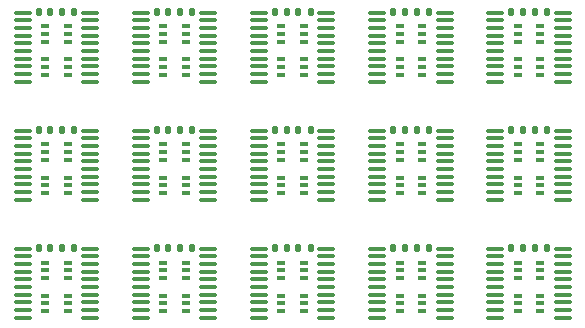
<source format=gbr>
%TF.GenerationSoftware,KiCad,Pcbnew,6.0.9*%
%TF.CreationDate,2023-01-31T22:29:56+01:00*%
%TF.ProjectId,hc245t-bypass-esd-panel,68633234-3574-42d6-9279-706173732d65,${revision}*%
%TF.SameCoordinates,Original*%
%TF.FileFunction,Soldermask,Top*%
%TF.FilePolarity,Negative*%
%FSLAX46Y46*%
G04 Gerber Fmt 4.6, Leading zero omitted, Abs format (unit mm)*
G04 Created by KiCad (PCBNEW 6.0.9) date 2023-01-31 22:29:56*
%MOMM*%
%LPD*%
G01*
G04 APERTURE LIST*
G04 Aperture macros list*
%AMRoundRect*
0 Rectangle with rounded corners*
0 $1 Rounding radius*
0 $2 $3 $4 $5 $6 $7 $8 $9 X,Y pos of 4 corners*
0 Add a 4 corners polygon primitive as box body*
4,1,4,$2,$3,$4,$5,$6,$7,$8,$9,$2,$3,0*
0 Add four circle primitives for the rounded corners*
1,1,$1+$1,$2,$3*
1,1,$1+$1,$4,$5*
1,1,$1+$1,$6,$7*
1,1,$1+$1,$8,$9*
0 Add four rect primitives between the rounded corners*
20,1,$1+$1,$2,$3,$4,$5,0*
20,1,$1+$1,$4,$5,$6,$7,0*
20,1,$1+$1,$6,$7,$8,$9,0*
20,1,$1+$1,$8,$9,$2,$3,0*%
G04 Aperture macros list end*
%ADD10RoundRect,0.140000X0.140000X0.170000X-0.140000X0.170000X-0.140000X-0.170000X0.140000X-0.170000X0*%
%ADD11RoundRect,0.135000X0.135000X0.185000X-0.135000X0.185000X-0.135000X-0.185000X0.135000X-0.185000X0*%
%ADD12R,0.650000X0.400000*%
%ADD13RoundRect,0.100000X-0.637500X-0.100000X0.637500X-0.100000X0.637500X0.100000X-0.637500X0.100000X0*%
G04 APERTURE END LIST*
D10*
%TO.C,C1*%
X124480000Y-92000000D03*
X123520000Y-92000000D03*
%TD*%
D11*
%TO.C,R1*%
X136510000Y-92000000D03*
X135490000Y-92000000D03*
%TD*%
D10*
%TO.C,C1*%
X114480000Y-92000000D03*
X113520000Y-92000000D03*
%TD*%
%TO.C,C1*%
X134480000Y-82000000D03*
X133520000Y-82000000D03*
%TD*%
D12*
%TO.C,U3*%
X94050000Y-106050000D03*
X94050000Y-106700000D03*
X94050000Y-107350000D03*
X95950000Y-107350000D03*
X95950000Y-106700000D03*
X95950000Y-106050000D03*
%TD*%
D11*
%TO.C,R1*%
X96510000Y-102000000D03*
X95490000Y-102000000D03*
%TD*%
%TO.C,R1*%
X116510000Y-82000000D03*
X115490000Y-82000000D03*
%TD*%
D13*
%TO.C,U1*%
X102137500Y-82075000D03*
X102137500Y-82725000D03*
X102137500Y-83375000D03*
X102137500Y-84025000D03*
X102137500Y-84675000D03*
X102137500Y-85325000D03*
X102137500Y-85975000D03*
X102137500Y-86625000D03*
X102137500Y-87275000D03*
X102137500Y-87925000D03*
X107862500Y-87925000D03*
X107862500Y-87275000D03*
X107862500Y-86625000D03*
X107862500Y-85975000D03*
X107862500Y-85325000D03*
X107862500Y-84675000D03*
X107862500Y-84025000D03*
X107862500Y-83375000D03*
X107862500Y-82725000D03*
X107862500Y-82075000D03*
%TD*%
D11*
%TO.C,R1*%
X136510000Y-102000000D03*
X135490000Y-102000000D03*
%TD*%
D13*
%TO.C,U1*%
X102137500Y-102075000D03*
X102137500Y-102725000D03*
X102137500Y-103375000D03*
X102137500Y-104025000D03*
X102137500Y-104675000D03*
X102137500Y-105325000D03*
X102137500Y-105975000D03*
X102137500Y-106625000D03*
X102137500Y-107275000D03*
X102137500Y-107925000D03*
X107862500Y-107925000D03*
X107862500Y-107275000D03*
X107862500Y-106625000D03*
X107862500Y-105975000D03*
X107862500Y-105325000D03*
X107862500Y-104675000D03*
X107862500Y-104025000D03*
X107862500Y-103375000D03*
X107862500Y-102725000D03*
X107862500Y-102075000D03*
%TD*%
%TO.C,U1*%
X122137500Y-82075000D03*
X122137500Y-82725000D03*
X122137500Y-83375000D03*
X122137500Y-84025000D03*
X122137500Y-84675000D03*
X122137500Y-85325000D03*
X122137500Y-85975000D03*
X122137500Y-86625000D03*
X122137500Y-87275000D03*
X122137500Y-87925000D03*
X127862500Y-87925000D03*
X127862500Y-87275000D03*
X127862500Y-86625000D03*
X127862500Y-85975000D03*
X127862500Y-85325000D03*
X127862500Y-84675000D03*
X127862500Y-84025000D03*
X127862500Y-83375000D03*
X127862500Y-82725000D03*
X127862500Y-82075000D03*
%TD*%
D12*
%TO.C,U3*%
X94050000Y-86050000D03*
X94050000Y-86700000D03*
X94050000Y-87350000D03*
X95950000Y-87350000D03*
X95950000Y-86700000D03*
X95950000Y-86050000D03*
%TD*%
D10*
%TO.C,C1*%
X104480000Y-92000000D03*
X103520000Y-92000000D03*
%TD*%
%TO.C,C1*%
X124480000Y-82000000D03*
X123520000Y-82000000D03*
%TD*%
D12*
%TO.C,U3*%
X104050000Y-106050000D03*
X104050000Y-106700000D03*
X104050000Y-107350000D03*
X105950000Y-107350000D03*
X105950000Y-106700000D03*
X105950000Y-106050000D03*
%TD*%
D11*
%TO.C,R1*%
X96510000Y-82000000D03*
X95490000Y-82000000D03*
%TD*%
D13*
%TO.C,U1*%
X92137500Y-82075000D03*
X92137500Y-82725000D03*
X92137500Y-83375000D03*
X92137500Y-84025000D03*
X92137500Y-84675000D03*
X92137500Y-85325000D03*
X92137500Y-85975000D03*
X92137500Y-86625000D03*
X92137500Y-87275000D03*
X92137500Y-87925000D03*
X97862500Y-87925000D03*
X97862500Y-87275000D03*
X97862500Y-86625000D03*
X97862500Y-85975000D03*
X97862500Y-85325000D03*
X97862500Y-84675000D03*
X97862500Y-84025000D03*
X97862500Y-83375000D03*
X97862500Y-82725000D03*
X97862500Y-82075000D03*
%TD*%
D12*
%TO.C,U2*%
X124050000Y-83250000D03*
X124050000Y-83900000D03*
X124050000Y-84550000D03*
X125950000Y-84550000D03*
X125950000Y-83900000D03*
X125950000Y-83250000D03*
%TD*%
D10*
%TO.C,C1*%
X114480000Y-82000000D03*
X113520000Y-82000000D03*
%TD*%
D12*
%TO.C,U2*%
X114050000Y-93250000D03*
X114050000Y-93900000D03*
X114050000Y-94550000D03*
X115950000Y-94550000D03*
X115950000Y-93900000D03*
X115950000Y-93250000D03*
%TD*%
%TO.C,U3*%
X104050000Y-96050000D03*
X104050000Y-96700000D03*
X104050000Y-97350000D03*
X105950000Y-97350000D03*
X105950000Y-96700000D03*
X105950000Y-96050000D03*
%TD*%
%TO.C,U3*%
X124050000Y-106050000D03*
X124050000Y-106700000D03*
X124050000Y-107350000D03*
X125950000Y-107350000D03*
X125950000Y-106700000D03*
X125950000Y-106050000D03*
%TD*%
D10*
%TO.C,C1*%
X124480000Y-102000000D03*
X123520000Y-102000000D03*
%TD*%
D11*
%TO.C,R1*%
X136510000Y-82000000D03*
X135490000Y-82000000D03*
%TD*%
D12*
%TO.C,U3*%
X134050000Y-96050000D03*
X134050000Y-96700000D03*
X134050000Y-97350000D03*
X135950000Y-97350000D03*
X135950000Y-96700000D03*
X135950000Y-96050000D03*
%TD*%
D10*
%TO.C,C1*%
X94480000Y-92000000D03*
X93520000Y-92000000D03*
%TD*%
D13*
%TO.C,U1*%
X112137500Y-82075000D03*
X112137500Y-82725000D03*
X112137500Y-83375000D03*
X112137500Y-84025000D03*
X112137500Y-84675000D03*
X112137500Y-85325000D03*
X112137500Y-85975000D03*
X112137500Y-86625000D03*
X112137500Y-87275000D03*
X112137500Y-87925000D03*
X117862500Y-87925000D03*
X117862500Y-87275000D03*
X117862500Y-86625000D03*
X117862500Y-85975000D03*
X117862500Y-85325000D03*
X117862500Y-84675000D03*
X117862500Y-84025000D03*
X117862500Y-83375000D03*
X117862500Y-82725000D03*
X117862500Y-82075000D03*
%TD*%
D10*
%TO.C,C1*%
X104480000Y-82000000D03*
X103520000Y-82000000D03*
%TD*%
D12*
%TO.C,U3*%
X124050000Y-86050000D03*
X124050000Y-86700000D03*
X124050000Y-87350000D03*
X125950000Y-87350000D03*
X125950000Y-86700000D03*
X125950000Y-86050000D03*
%TD*%
D13*
%TO.C,U1*%
X92137500Y-92075000D03*
X92137500Y-92725000D03*
X92137500Y-93375000D03*
X92137500Y-94025000D03*
X92137500Y-94675000D03*
X92137500Y-95325000D03*
X92137500Y-95975000D03*
X92137500Y-96625000D03*
X92137500Y-97275000D03*
X92137500Y-97925000D03*
X97862500Y-97925000D03*
X97862500Y-97275000D03*
X97862500Y-96625000D03*
X97862500Y-95975000D03*
X97862500Y-95325000D03*
X97862500Y-94675000D03*
X97862500Y-94025000D03*
X97862500Y-93375000D03*
X97862500Y-92725000D03*
X97862500Y-92075000D03*
%TD*%
D12*
%TO.C,U3*%
X94050000Y-96050000D03*
X94050000Y-96700000D03*
X94050000Y-97350000D03*
X95950000Y-97350000D03*
X95950000Y-96700000D03*
X95950000Y-96050000D03*
%TD*%
%TO.C,U2*%
X134050000Y-93250000D03*
X134050000Y-93900000D03*
X134050000Y-94550000D03*
X135950000Y-94550000D03*
X135950000Y-93900000D03*
X135950000Y-93250000D03*
%TD*%
D13*
%TO.C,U1*%
X112137500Y-102075000D03*
X112137500Y-102725000D03*
X112137500Y-103375000D03*
X112137500Y-104025000D03*
X112137500Y-104675000D03*
X112137500Y-105325000D03*
X112137500Y-105975000D03*
X112137500Y-106625000D03*
X112137500Y-107275000D03*
X112137500Y-107925000D03*
X117862500Y-107925000D03*
X117862500Y-107275000D03*
X117862500Y-106625000D03*
X117862500Y-105975000D03*
X117862500Y-105325000D03*
X117862500Y-104675000D03*
X117862500Y-104025000D03*
X117862500Y-103375000D03*
X117862500Y-102725000D03*
X117862500Y-102075000D03*
%TD*%
D11*
%TO.C,R1*%
X106510000Y-92000000D03*
X105490000Y-92000000D03*
%TD*%
%TO.C,R1*%
X96510000Y-92000000D03*
X95490000Y-92000000D03*
%TD*%
D12*
%TO.C,U2*%
X94050000Y-103250000D03*
X94050000Y-103900000D03*
X94050000Y-104550000D03*
X95950000Y-104550000D03*
X95950000Y-103900000D03*
X95950000Y-103250000D03*
%TD*%
%TO.C,U2*%
X114050000Y-83250000D03*
X114050000Y-83900000D03*
X114050000Y-84550000D03*
X115950000Y-84550000D03*
X115950000Y-83900000D03*
X115950000Y-83250000D03*
%TD*%
D10*
%TO.C,C1*%
X94480000Y-102000000D03*
X93520000Y-102000000D03*
%TD*%
D12*
%TO.C,U3*%
X104050000Y-86050000D03*
X104050000Y-86700000D03*
X104050000Y-87350000D03*
X105950000Y-87350000D03*
X105950000Y-86700000D03*
X105950000Y-86050000D03*
%TD*%
D11*
%TO.C,R1*%
X106510000Y-82000000D03*
X105490000Y-82000000D03*
%TD*%
D10*
%TO.C,C1*%
X134480000Y-92000000D03*
X133520000Y-92000000D03*
%TD*%
D12*
%TO.C,U3*%
X134050000Y-86050000D03*
X134050000Y-86700000D03*
X134050000Y-87350000D03*
X135950000Y-87350000D03*
X135950000Y-86700000D03*
X135950000Y-86050000D03*
%TD*%
D11*
%TO.C,R1*%
X126510000Y-102000000D03*
X125490000Y-102000000D03*
%TD*%
D12*
%TO.C,U3*%
X124050000Y-96050000D03*
X124050000Y-96700000D03*
X124050000Y-97350000D03*
X125950000Y-97350000D03*
X125950000Y-96700000D03*
X125950000Y-96050000D03*
%TD*%
D11*
%TO.C,R1*%
X106510000Y-102000000D03*
X105490000Y-102000000D03*
%TD*%
%TO.C,R1*%
X126510000Y-92000000D03*
X125490000Y-92000000D03*
%TD*%
D10*
%TO.C,C1*%
X104480000Y-102000000D03*
X103520000Y-102000000D03*
%TD*%
%TO.C,C1*%
X134480000Y-102000000D03*
X133520000Y-102000000D03*
%TD*%
D12*
%TO.C,U2*%
X104050000Y-83250000D03*
X104050000Y-83900000D03*
X104050000Y-84550000D03*
X105950000Y-84550000D03*
X105950000Y-83900000D03*
X105950000Y-83250000D03*
%TD*%
D13*
%TO.C,U1*%
X132137500Y-92075000D03*
X132137500Y-92725000D03*
X132137500Y-93375000D03*
X132137500Y-94025000D03*
X132137500Y-94675000D03*
X132137500Y-95325000D03*
X132137500Y-95975000D03*
X132137500Y-96625000D03*
X132137500Y-97275000D03*
X132137500Y-97925000D03*
X137862500Y-97925000D03*
X137862500Y-97275000D03*
X137862500Y-96625000D03*
X137862500Y-95975000D03*
X137862500Y-95325000D03*
X137862500Y-94675000D03*
X137862500Y-94025000D03*
X137862500Y-93375000D03*
X137862500Y-92725000D03*
X137862500Y-92075000D03*
%TD*%
D11*
%TO.C,R1*%
X116510000Y-92000000D03*
X115490000Y-92000000D03*
%TD*%
D12*
%TO.C,U2*%
X94050000Y-93250000D03*
X94050000Y-93900000D03*
X94050000Y-94550000D03*
X95950000Y-94550000D03*
X95950000Y-93900000D03*
X95950000Y-93250000D03*
%TD*%
%TO.C,U2*%
X124050000Y-93250000D03*
X124050000Y-93900000D03*
X124050000Y-94550000D03*
X125950000Y-94550000D03*
X125950000Y-93900000D03*
X125950000Y-93250000D03*
%TD*%
%TO.C,U2*%
X114050000Y-103250000D03*
X114050000Y-103900000D03*
X114050000Y-104550000D03*
X115950000Y-104550000D03*
X115950000Y-103900000D03*
X115950000Y-103250000D03*
%TD*%
%TO.C,U2*%
X94050000Y-83250000D03*
X94050000Y-83900000D03*
X94050000Y-84550000D03*
X95950000Y-84550000D03*
X95950000Y-83900000D03*
X95950000Y-83250000D03*
%TD*%
D13*
%TO.C,U1*%
X132137500Y-102075000D03*
X132137500Y-102725000D03*
X132137500Y-103375000D03*
X132137500Y-104025000D03*
X132137500Y-104675000D03*
X132137500Y-105325000D03*
X132137500Y-105975000D03*
X132137500Y-106625000D03*
X132137500Y-107275000D03*
X132137500Y-107925000D03*
X137862500Y-107925000D03*
X137862500Y-107275000D03*
X137862500Y-106625000D03*
X137862500Y-105975000D03*
X137862500Y-105325000D03*
X137862500Y-104675000D03*
X137862500Y-104025000D03*
X137862500Y-103375000D03*
X137862500Y-102725000D03*
X137862500Y-102075000D03*
%TD*%
%TO.C,U1*%
X122137500Y-102075000D03*
X122137500Y-102725000D03*
X122137500Y-103375000D03*
X122137500Y-104025000D03*
X122137500Y-104675000D03*
X122137500Y-105325000D03*
X122137500Y-105975000D03*
X122137500Y-106625000D03*
X122137500Y-107275000D03*
X122137500Y-107925000D03*
X127862500Y-107925000D03*
X127862500Y-107275000D03*
X127862500Y-106625000D03*
X127862500Y-105975000D03*
X127862500Y-105325000D03*
X127862500Y-104675000D03*
X127862500Y-104025000D03*
X127862500Y-103375000D03*
X127862500Y-102725000D03*
X127862500Y-102075000D03*
%TD*%
%TO.C,U1*%
X122137500Y-92075000D03*
X122137500Y-92725000D03*
X122137500Y-93375000D03*
X122137500Y-94025000D03*
X122137500Y-94675000D03*
X122137500Y-95325000D03*
X122137500Y-95975000D03*
X122137500Y-96625000D03*
X122137500Y-97275000D03*
X122137500Y-97925000D03*
X127862500Y-97925000D03*
X127862500Y-97275000D03*
X127862500Y-96625000D03*
X127862500Y-95975000D03*
X127862500Y-95325000D03*
X127862500Y-94675000D03*
X127862500Y-94025000D03*
X127862500Y-93375000D03*
X127862500Y-92725000D03*
X127862500Y-92075000D03*
%TD*%
D12*
%TO.C,U3*%
X114050000Y-86050000D03*
X114050000Y-86700000D03*
X114050000Y-87350000D03*
X115950000Y-87350000D03*
X115950000Y-86700000D03*
X115950000Y-86050000D03*
%TD*%
%TO.C,U3*%
X114050000Y-96050000D03*
X114050000Y-96700000D03*
X114050000Y-97350000D03*
X115950000Y-97350000D03*
X115950000Y-96700000D03*
X115950000Y-96050000D03*
%TD*%
%TO.C,U3*%
X114050000Y-106050000D03*
X114050000Y-106700000D03*
X114050000Y-107350000D03*
X115950000Y-107350000D03*
X115950000Y-106700000D03*
X115950000Y-106050000D03*
%TD*%
D13*
%TO.C,U1*%
X92137500Y-102075000D03*
X92137500Y-102725000D03*
X92137500Y-103375000D03*
X92137500Y-104025000D03*
X92137500Y-104675000D03*
X92137500Y-105325000D03*
X92137500Y-105975000D03*
X92137500Y-106625000D03*
X92137500Y-107275000D03*
X92137500Y-107925000D03*
X97862500Y-107925000D03*
X97862500Y-107275000D03*
X97862500Y-106625000D03*
X97862500Y-105975000D03*
X97862500Y-105325000D03*
X97862500Y-104675000D03*
X97862500Y-104025000D03*
X97862500Y-103375000D03*
X97862500Y-102725000D03*
X97862500Y-102075000D03*
%TD*%
D12*
%TO.C,U2*%
X124050000Y-103250000D03*
X124050000Y-103900000D03*
X124050000Y-104550000D03*
X125950000Y-104550000D03*
X125950000Y-103900000D03*
X125950000Y-103250000D03*
%TD*%
%TO.C,U2*%
X134050000Y-83250000D03*
X134050000Y-83900000D03*
X134050000Y-84550000D03*
X135950000Y-84550000D03*
X135950000Y-83900000D03*
X135950000Y-83250000D03*
%TD*%
%TO.C,U2*%
X104050000Y-103250000D03*
X104050000Y-103900000D03*
X104050000Y-104550000D03*
X105950000Y-104550000D03*
X105950000Y-103900000D03*
X105950000Y-103250000D03*
%TD*%
D13*
%TO.C,U1*%
X102137500Y-92075000D03*
X102137500Y-92725000D03*
X102137500Y-93375000D03*
X102137500Y-94025000D03*
X102137500Y-94675000D03*
X102137500Y-95325000D03*
X102137500Y-95975000D03*
X102137500Y-96625000D03*
X102137500Y-97275000D03*
X102137500Y-97925000D03*
X107862500Y-97925000D03*
X107862500Y-97275000D03*
X107862500Y-96625000D03*
X107862500Y-95975000D03*
X107862500Y-95325000D03*
X107862500Y-94675000D03*
X107862500Y-94025000D03*
X107862500Y-93375000D03*
X107862500Y-92725000D03*
X107862500Y-92075000D03*
%TD*%
D12*
%TO.C,U2*%
X104050000Y-93250000D03*
X104050000Y-93900000D03*
X104050000Y-94550000D03*
X105950000Y-94550000D03*
X105950000Y-93900000D03*
X105950000Y-93250000D03*
%TD*%
D11*
%TO.C,R1*%
X126510000Y-82000000D03*
X125490000Y-82000000D03*
%TD*%
D10*
%TO.C,C1*%
X114480000Y-102000000D03*
X113520000Y-102000000D03*
%TD*%
D11*
%TO.C,R1*%
X116510000Y-102000000D03*
X115490000Y-102000000D03*
%TD*%
D13*
%TO.C,U1*%
X112137500Y-92075000D03*
X112137500Y-92725000D03*
X112137500Y-93375000D03*
X112137500Y-94025000D03*
X112137500Y-94675000D03*
X112137500Y-95325000D03*
X112137500Y-95975000D03*
X112137500Y-96625000D03*
X112137500Y-97275000D03*
X112137500Y-97925000D03*
X117862500Y-97925000D03*
X117862500Y-97275000D03*
X117862500Y-96625000D03*
X117862500Y-95975000D03*
X117862500Y-95325000D03*
X117862500Y-94675000D03*
X117862500Y-94025000D03*
X117862500Y-93375000D03*
X117862500Y-92725000D03*
X117862500Y-92075000D03*
%TD*%
D12*
%TO.C,U2*%
X134050000Y-103250000D03*
X134050000Y-103900000D03*
X134050000Y-104550000D03*
X135950000Y-104550000D03*
X135950000Y-103900000D03*
X135950000Y-103250000D03*
%TD*%
%TO.C,U3*%
X134050000Y-106050000D03*
X134050000Y-106700000D03*
X134050000Y-107350000D03*
X135950000Y-107350000D03*
X135950000Y-106700000D03*
X135950000Y-106050000D03*
%TD*%
D13*
%TO.C,U1*%
X132137500Y-82075000D03*
X132137500Y-82725000D03*
X132137500Y-83375000D03*
X132137500Y-84025000D03*
X132137500Y-84675000D03*
X132137500Y-85325000D03*
X132137500Y-85975000D03*
X132137500Y-86625000D03*
X132137500Y-87275000D03*
X132137500Y-87925000D03*
X137862500Y-87925000D03*
X137862500Y-87275000D03*
X137862500Y-86625000D03*
X137862500Y-85975000D03*
X137862500Y-85325000D03*
X137862500Y-84675000D03*
X137862500Y-84025000D03*
X137862500Y-83375000D03*
X137862500Y-82725000D03*
X137862500Y-82075000D03*
%TD*%
D10*
%TO.C,C1*%
X94480000Y-82000000D03*
X93520000Y-82000000D03*
%TD*%
M02*

</source>
